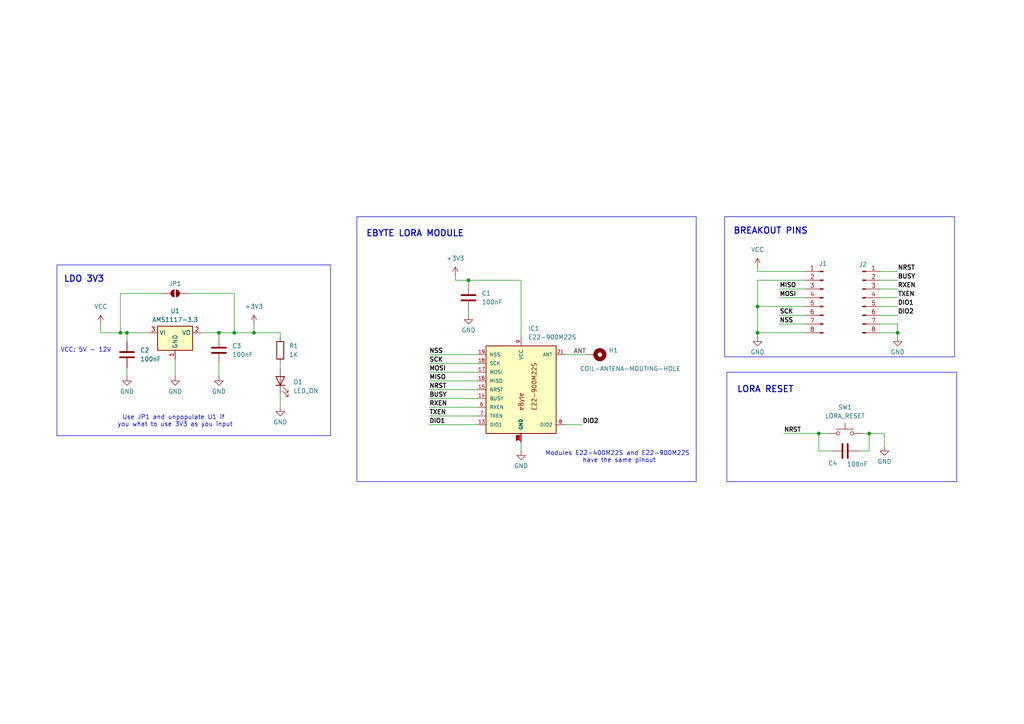
<source format=kicad_sch>
(kicad_sch (version 20231120) (generator "eeschema") (generator_version "8.0")
  (paper "A4")
  (title_block (title "eByte E22-400/900M22S Breakout Board") (date "2024-04-07") (rev "1.0") (company "Libertalia Engineering") (comment 1 "eByte Breakout Boards") (comment 2 "Under Development") (comment 3 "Gabriel Vega") (comment 4 "Gabriel Vega") (comment 5 "1/1"))
  (lib_symbols
    (symbol "Connector:Conn_01x08_Pin" (pin_names (offset 1.016) hide)
      (property "Reference" "J" (at 0 10.16 0))
      (property "Value" "Conn_01x08_Pin" (at 0 -12.7 0))
      (symbol "Conn_01x08_Pin_1_1"
        (polyline (pts (xy 1.27 -10.16) (xy 0.8636 -10.16)) (stroke (width 0.1524)))
        (polyline (pts (xy 1.27 -7.62) (xy 0.8636 -7.62)) (stroke (width 0.1524)))
        (polyline (pts (xy 1.27 -5.08) (xy 0.8636 -5.08)) (stroke (width 0.1524)))
        (polyline (pts (xy 1.27 -2.54) (xy 0.8636 -2.54)) (stroke (width 0.1524)))
        (polyline (pts (xy 1.27 0) (xy 0.8636 0)) (stroke (width 0.1524)))
        (polyline (pts (xy 1.27 2.54) (xy 0.8636 2.54)) (stroke (width 0.1524)))
        (polyline (pts (xy 1.27 5.08) (xy 0.8636 5.08)) (stroke (width 0.1524)))
        (polyline (pts (xy 1.27 7.62) (xy 0.8636 7.62)) (stroke (width 0.1524)))
        (rectangle (start 0.8636 -10.033) (end 0 -10.287) (stroke (width 0.1524)) (fill (type outline)))
        (rectangle (start 0.8636 -7.493) (end 0 -7.747) (stroke (width 0.1524)) (fill (type outline)))
        (rectangle (start 0.8636 -4.953) (end 0 -5.207) (stroke (width 0.1524)) (fill (type outline)))
        (rectangle (start 0.8636 -2.413) (end 0 -2.667) (stroke (width 0.1524)) (fill (type outline)))
        (rectangle (start 0.8636 0.127) (end 0 -0.127) (stroke (width 0.1524)) (fill (type outline)))
        (rectangle (start 0.8636 2.667) (end 0 2.413) (stroke (width 0.1524)) (fill (type outline)))
        (rectangle (start 0.8636 5.207) (end 0 4.953) (stroke (width 0.1524)) (fill (type outline)))
        (rectangle (start 0.8636 7.747) (end 0 7.493) (stroke (width 0.1524)) (fill (type outline)))
        (pin passive line (at 5.08 7.62 180) (length 3.81) (name "Pin_1") (number "1"))
        (pin passive line (at 5.08 5.08 180) (length 3.81) (name "Pin_2") (number "2"))
        (pin passive line (at 5.08 2.54 180) (length 3.81) (name "Pin_3") (number "3"))
        (pin passive line (at 5.08 0 180) (length 3.81) (name "Pin_4") (number "4"))
        (pin passive line (at 5.08 -2.54 180) (length 3.81) (name "Pin_5") (number "5"))
        (pin passive line (at 5.08 -5.08 180) (length 3.81) (name "Pin_6") (number "6"))
        (pin passive line (at 5.08 -7.62 180) (length 3.81) (name "Pin_7") (number "7"))
        (pin passive line (at 5.08 -10.16 180) (length 3.81) (name "Pin_8") (number "8"))
      )
    )
    (symbol "Device:C" (pin_numbers hide) (pin_names (offset 0.254))
      (property "Reference" "C" (at 0.635 2.54 0))
      (property "Value" "C" (at 0.635 -2.54 0))
      (symbol "C_0_1"
        (polyline (pts (xy -2.032 -0.762) (xy 2.032 -0.762)) (stroke (width 0.508)))
        (polyline (pts (xy -2.032 0.762) (xy 2.032 0.762)) (stroke (width 0.508)))
      )
      (symbol "C_1_1"
        (pin passive line (at 0 3.81 270) (length 2.794) (name "~") (number "1"))
        (pin passive line (at 0 -3.81 90) (length 2.794) (name "~") (number "2"))
      )
    )
    (symbol "Device:LED" (pin_numbers hide) (pin_names (offset 1.016) hide)
      (property "Reference" "D" (at 0 2.54 0))
      (property "Value" "LED" (at 0 -2.54 0))
      (symbol "LED_0_1"
        (polyline (pts (xy -1.27 -1.27) (xy -1.27 1.27)) (stroke (width 0.254)))
        (polyline (pts (xy -1.27 0) (xy 1.27 0)))
        (polyline (pts (xy 1.27 -1.27) (xy 1.27 1.27) (xy -1.27 0) (xy 1.27 -1.27)) (stroke (width 0.254)))
        (polyline (pts (xy -3.048 -0.762) (xy -4.572 -2.286) (xy -3.81 -2.286) (xy -4.572 -2.286) (xy -4.572 -1.524)))
        (polyline (pts (xy -1.778 -0.762) (xy -3.302 -2.286) (xy -2.54 -2.286) (xy -3.302 -2.286) (xy -3.302 -1.524)))
      )
      (symbol "LED_1_1"
        (pin passive line (at -3.81 0 0) (length 2.54) (name "K") (number "1"))
        (pin passive line (at 3.81 0 180) (length 2.54) (name "A") (number "2"))
      )
    )
    (symbol "Device:R" (pin_numbers hide) (pin_names (offset 0))
      (property "Reference" "R" (at 2.032 0 90))
      (property "Value" "R" (at 0 0 90))
      (symbol "R_0_1"
        (rectangle (start -1.016 -2.54) (end 1.016 2.54) (stroke (width 0.254)))
      )
      (symbol "R_1_1"
        (pin passive line (at 0 3.81 270) (length 1.27) (name "~") (number "1"))
        (pin passive line (at 0 -3.81 90) (length 1.27) (name "~") (number "2"))
      )
    )
    (symbol "E22-900M22S:E22-900M22S" (pin_names (offset 1.016))
      (property "Reference" "IC1" (at 2.0194 17.78 0))
      (property "Value" "E22-900M22S" (at 2.0194 15.24 0))
      (symbol "E22-900M22S_0_0"
        (rectangle (start -10.16 12.7) (end 10.16 -12.7) (stroke (width 0.254)) (fill (type background)))
        (text "E22-900M22S" (at 4.572 -6.096 900) (effects (font (size 1.27 1.27)) (justify left bottom)))
        (text "eByte" (at 0.762 -6.096 900) (effects (font (size 1.27 1.27)) (justify left bottom)))
        (pin power_in line (at 0 -15.24 90) (length 2.54) (name "GND") (number "1"))
        (pin power_in line (at 0 -15.24 90) (length 2.54) (name "GND") (number "10"))
        (pin power_in line (at 0 -15.24 90) (length 2.54) (name "GND") (number "11"))
        (pin power_in line (at 0 -15.24 90) (length 2.54) (name "GND") (number "12"))
        (pin bidirectional line (at -12.7 -10.16 0) (length 2.54) (name "DIO1") (number "13"))
        (pin bidirectional line (at -12.7 -2.54 0) (length 2.54) (name "BUSY") (number "14"))
        (pin bidirectional line (at -12.7 0 0) (length 2.54) (name "NRST") (number "15"))
        (pin bidirectional line (at -12.7 2.54 0) (length 2.54) (name "MISO") (number "16"))
        (pin bidirectional line (at -12.7 5.08 0) (length 2.54) (name "MOSI") (number "17"))
        (pin input line (at -12.7 7.62 0) (length 2.54) (name "SCK") (number "18"))
        (pin input line (at -12.7 10.16 0) (length 2.54) (name "NSS") (number "19"))
        (pin power_in line (at 0 -15.24 90) (length 2.54) (name "GND") (number "2"))
        (pin power_in line (at 0 -15.24 90) (length 2.54) (name "GND") (number "20"))
        (pin output line (at 12.7 10.16 180) (length 2.54) (name "ANT") (number "21"))
        (pin power_in line (at 0 -15.24 90) (length 2.54) (name "GND") (number "22"))
        (pin power_in line (at 0 -15.24 90) (length 2.54) (name "GND") (number "3"))
        (pin power_in line (at 0 -15.24 90) (length 2.54) (name "GND") (number "4"))
        (pin power_in line (at 0 -15.24 90) (length 2.54) (name "GND") (number "5"))
        (pin input line (at -12.7 -5.08 0) (length 2.54) (name "RXEN") (number "6"))
        (pin bidirectional line (at -12.7 -7.62 0) (length 2.54) (name "TXEN") (number "7"))
        (pin bidirectional line (at 12.7 -10.16 180) (length 2.54) (name "DIO2") (number "8"))
        (pin power_in line (at 0 15.24 270) (length 2.54) (name "VCC") (number "9"))
      )
    )
    (symbol "Jumper:SolderJumper_2_Open" (pin_numbers hide) (pin_names (offset 0) hide) (exclude_from_sim yes) (in_bom no)
      (property "Reference" "JP" (at 0 2.032 0))
      (property "Value" "SolderJumper_2_Open" (at 0 -2.54 0))
      (symbol "SolderJumper_2_Open_0_1"
        (arc (start -0.254 1.016) (mid -1.2656 0) (end -0.254 -1.016))
        (arc (start -0.254 1.016) (mid -1.2656 0) (end -0.254 -1.016) (fill (type outline)))
        (polyline (pts (xy -0.254 1.016) (xy -0.254 -1.016)))
        (polyline (pts (xy 0.254 1.016) (xy 0.254 -1.016)))
        (arc (start 0.254 -1.016) (mid 1.2656 0) (end 0.254 1.016))
        (arc (start 0.254 -1.016) (mid 1.2656 0) (end 0.254 1.016) (fill (type outline)))
      )
      (symbol "SolderJumper_2_Open_1_1"
        (pin passive line (at -3.81 0 0) (length 2.54) (name "A") (number "1"))
        (pin passive line (at 3.81 0 180) (length 2.54) (name "B") (number "2"))
      )
    )
    (symbol "Mechanical:MountingHole_Pad_MP" (pin_numbers hide) (pin_names (offset 1.016) hide) (exclude_from_sim yes) (in_bom no)
      (property "Reference" "H" (at 0 6.35 0))
      (property "Value" "MountingHole_Pad_MP" (at 0 4.445 0))
      (symbol "MountingHole_Pad_MP_0_1"
        (circle (center 0 1.27) (radius 1.27) (stroke (width 1.27)))
      )
      (symbol "MountingHole_Pad_MP_1_1"
        (pin input line (at 0 -2.54 90) (length 2.54) (name "MP") (number "MP"))
      )
    )
    (symbol "Regulator_Linear:AMS1117-3.3"
      (property "Reference" "U" (at -3.81 3.175 0))
      (property "Value" "AMS1117-3.3" (at 0 3.175 0))
      (symbol "AMS1117-3.3_0_1"
        (rectangle (start -5.08 -5.08) (end 5.08 1.905) (stroke (width 0.254)) (fill (type background)))
      )
      (symbol "AMS1117-3.3_1_1"
        (pin power_in line (at 0 -7.62 90) (length 2.54) (name "GND") (number "1"))
        (pin power_out line (at 7.62 0 180) (length 2.54) (name "VO") (number "2"))
        (pin power_in line (at -7.62 0 0) (length 2.54) (name "VI") (number "3"))
      )
    )
    (symbol "Switch:SW_Push" (pin_numbers hide) (pin_names (offset 1.016) hide)
      (property "Reference" "SW" (at 1.27 2.54 0))
      (property "Value" "SW_Push" (at 0 -1.524 0))
      (symbol "SW_Push_0_1"
        (circle (center -2.032 0) (radius 0.508))
        (polyline (pts (xy 0 1.27) (xy 0 3.048)))
        (polyline (pts (xy 2.54 1.27) (xy -2.54 1.27)))
        (circle (center 2.032 0) (radius 0.508))
        (pin passive line (at -5.08 0 0) (length 2.54) (name "1") (number "1"))
        (pin passive line (at 5.08 0 180) (length 2.54) (name "2") (number "2"))
      )
    )
    (symbol "power:+3V3" (power) (pin_numbers hide) (pin_names (offset 0) hide)
      (property "Value" "+3V3" (at 0 3.556 0))
      (symbol "+3V3_0_1"
        (polyline (pts (xy -0.762 1.27) (xy 0 2.54)))
        (polyline (pts (xy 0 0) (xy 0 2.54)))
        (polyline (pts (xy 0 2.54) (xy 0.762 1.27)))
      )
      (symbol "+3V3_1_1"
        (pin power_in line (at 0 0 90) (length 0) (name "~") (number "1"))
      )
    )
    (symbol "power:GND" (power) (pin_numbers hide) (pin_names (offset 0) hide)
      (property "Value" "GND" (at 0 -3.81 0))
      (symbol "GND_0_1"
        (polyline (pts (xy 0 0) (xy 0 -1.27) (xy 1.27 -1.27) (xy 0 -2.54) (xy -1.27 -1.27) (xy 0 -1.27)))
      )
      (symbol "GND_1_1"
        (pin power_in line (at 0 0 270) (length 0) (name "~") (number "1"))
      )
    )
    (symbol "power:VCC" (power) (pin_numbers hide) (pin_names (offset 0) hide)
      (property "Value" "VCC" (at 0 3.556 0))
      (symbol "VCC_0_1"
        (polyline (pts (xy -0.762 1.27) (xy 0 2.54)))
        (polyline (pts (xy 0 0) (xy 0 2.54)))
        (polyline (pts (xy 0 2.54) (xy 0.762 1.27)))
      )
      (symbol "VCC_1_1"
        (pin power_in line (at 0 0 90) (length 0) (name "~") (number "1"))
      )
    )
  )
  (junction (at 219.71 96.52))
  (junction (at 63.5 96.52))
  (junction (at 260.35 96.52))
  (junction (at 252.095 125.73))
  (junction (at 36.83 96.52))
  (junction (at 135.89 81.28))
  (junction (at 67.945 96.52))
  (junction (at 237.49 125.73))
  (junction (at 219.71 88.9))
  (junction (at 34.925 96.52))
  (junction (at 73.66 96.52))
  (wire (pts (xy 226.06 86.36) (xy 233.68 86.36)))
  (wire (pts (xy 73.66 93.98) (xy 73.66 96.52)))
  (wire (pts (xy 219.71 78.74) (xy 233.68 78.74)))
  (wire (pts (xy 29.21 96.52) (xy 34.925 96.52)))
  (wire (pts (xy 132.08 80.01) (xy 132.08 81.28)))
  (wire (pts (xy 124.46 113.03) (xy 138.43 113.03)))
  (wire (pts (xy 135.89 90.17) (xy 135.89 91.44)))
  (wire (pts (xy 237.49 125.73) (xy 240.03 125.73)))
  (wire (pts (xy 256.54 125.73) (xy 256.54 129.54)))
  (wire (pts (xy 255.27 96.52) (xy 260.35 96.52)))
  (wire (pts (xy 34.925 85.09) (xy 34.925 96.52)))
  (wire (pts (xy 124.46 118.11) (xy 138.43 118.11)))
  (wire (pts (xy 124.46 120.65) (xy 138.43 120.65)))
  (wire (pts (xy 34.925 96.52) (xy 36.83 96.52)))
  (wire (pts (xy 81.28 96.52) (xy 81.28 97.79)))
  (wire (pts (xy 67.945 96.52) (xy 63.5 96.52)))
  (wire (pts (xy 255.27 83.82) (xy 260.35 83.82)))
  (wire (pts (xy 219.71 81.28) (xy 233.68 81.28)))
  (wire (pts (xy 255.27 91.44) (xy 260.35 91.44)))
  (wire (pts (xy 50.8 104.14) (xy 50.8 109.22)))
  (wire (pts (xy 124.46 110.49) (xy 138.43 110.49)))
  (wire (pts (xy 255.27 93.98) (xy 260.35 93.98)))
  (wire (pts (xy 255.27 86.36) (xy 260.35 86.36)))
  (wire (pts (xy 226.06 93.98) (xy 233.68 93.98)))
  (wire (pts (xy 252.095 130.81) (xy 252.095 125.73)))
  (wire (pts (xy 63.5 97.79) (xy 63.5 96.52)))
  (wire (pts (xy 248.92 130.81) (xy 252.095 130.81)))
  (wire (pts (xy 219.71 88.9) (xy 233.68 88.9)))
  (wire (pts (xy 73.66 96.52) (xy 81.28 96.52)))
  (wire (pts (xy 36.83 106.68) (xy 36.83 109.22)))
  (wire (pts (xy 132.08 81.28) (xy 135.89 81.28)))
  (wire (pts (xy 227.33 125.73) (xy 237.49 125.73)))
  (wire (pts (xy 124.46 123.19) (xy 138.43 123.19)))
  (wire (pts (xy 163.83 102.87) (xy 170.18 102.87)))
  (wire (pts (xy 237.49 130.81) (xy 237.49 125.73)))
  (wire (pts (xy 219.71 77.47) (xy 219.71 78.74)))
  (wire (pts (xy 124.46 105.41) (xy 138.43 105.41)))
  (wire (pts (xy 67.945 85.09) (xy 67.945 96.52)))
  (wire (pts (xy 29.21 93.98) (xy 29.21 96.52)))
  (wire (pts (xy 81.28 105.41) (xy 81.28 106.68)))
  (wire (pts (xy 219.71 88.9) (xy 219.71 96.52)))
  (wire (pts (xy 255.27 78.74) (xy 260.35 78.74)))
  (wire (pts (xy 241.3 130.81) (xy 237.49 130.81)))
  (wire (pts (xy 252.095 125.73) (xy 256.54 125.73)))
  (wire (pts (xy 58.42 96.52) (xy 63.5 96.52)))
  (wire (pts (xy 226.06 83.82) (xy 233.68 83.82)))
  (wire (pts (xy 73.66 96.52) (xy 67.945 96.52)))
  (wire (pts (xy 135.89 81.28) (xy 135.89 82.55)))
  (wire (pts (xy 151.13 128.27) (xy 151.13 130.81)))
  (wire (pts (xy 124.46 102.87) (xy 138.43 102.87)))
  (wire (pts (xy 151.13 81.28) (xy 151.13 97.79)))
  (wire (pts (xy 151.13 81.28) (xy 135.89 81.28)))
  (wire (pts (xy 163.83 123.19) (xy 168.91 123.19)))
  (wire (pts (xy 219.71 81.28) (xy 219.71 88.9)))
  (wire (pts (xy 255.27 88.9) (xy 260.35 88.9)))
  (wire (pts (xy 63.5 105.41) (xy 63.5 109.22)))
  (wire (pts (xy 255.27 81.28) (xy 260.35 81.28)))
  (wire (pts (xy 124.46 107.95) (xy 138.43 107.95)))
  (wire (pts (xy 260.35 96.52) (xy 260.35 97.79)))
  (wire (pts (xy 260.35 93.98) (xy 260.35 96.52)))
  (wire (pts (xy 219.71 96.52) (xy 219.71 97.79)))
  (wire (pts (xy 124.46 115.57) (xy 138.43 115.57)))
  (wire (pts (xy 226.06 91.44) (xy 233.68 91.44)))
  (wire (pts (xy 233.68 96.52) (xy 219.71 96.52)))
  (wire (pts (xy 250.19 125.73) (xy 252.095 125.73)))
  (wire (pts (xy 34.925 85.09) (xy 46.99 85.09)))
  (wire (pts (xy 54.61 85.09) (xy 67.945 85.09)))
  (wire (pts (xy 81.28 114.3) (xy 81.28 118.11)))
  (wire (pts (xy 43.18 96.52) (xy 36.83 96.52)))
  (wire (pts (xy 36.83 96.52) (xy 36.83 99.06)))
  (rectangle (start 103.505 62.865) (end 201.93 139.7))
  (rectangle (start 16.51 76.835) (end 95.885 126.365))
  (rectangle (start 210.185 62.865) (end 276.86 103.505))
  (rectangle (start 210.82 107.95) (end 277.495 139.7))
  (text "BREAKOUT PINS" (at 223.52 67.056 0) (effects (font (size 1.8 1.8) (thickness 0.3) (bold yes))))
  (text "Modules E22-400M22S and E22-900M22S \nhave the same pinout" (at 179.578 132.588 0) (effects (font (size 1.27 1.27))))
  (text "LORA RESET" (at 221.996 113.03 0) (effects (font (size 1.8 1.8) (thickness 0.3) (bold yes))))
  (text "EBYTE LORA MODULE" (at 120.396 67.818 0) (effects (font (size 1.8 1.8) (thickness 0.3) (bold yes))))
  (text "LDO 3V3" (at 24.384 81.026 0) (effects (font (size 1.8 1.8) (thickness 0.3) (bold yes))))
  (text "VCC: 5V - 12V" (at 24.892 101.6 0) (effects (font (size 1.27 1.27))))
  (text "Use JP1 and unpopulate U1 if \nyou what to use 3V3 as you input" (at 50.8 122.174 0) (effects (font (size 1.27 1.27))))
  (label "DIO2" (at 168.91 123.19 0) (effects (font (bold yes))))
  (label "NRST" (at 260.35 78.74 0) (effects (font (bold yes))))
  (label "MISO" (at 226.06 83.82 0) (effects (font (bold yes))))
  (label "NSS" (at 226.06 93.98 0) (effects (font (bold yes))))
  (label "BUSY" (at 124.46 115.57 0) (effects (font (bold yes))))
  (label "MOSI" (at 226.06 86.36 0) (effects (font (bold yes))))
  (label "SCK" (at 124.46 105.41 0) (effects (font (bold yes))))
  (label "NSS" (at 124.46 102.87 0) (effects (font (bold yes))))
  (label "NRST" (at 124.46 113.03 0) (effects (font (bold yes))))
  (label "NRST" (at 227.33 125.73 0) (effects (font (bold yes))))
  (label "RXEN" (at 124.46 118.11 0) (effects (font (bold yes))))
  (label "MISO" (at 124.46 110.49 0) (effects (font (bold yes))))
  (label "TXEN" (at 124.46 120.65 0) (effects (font (bold yes))))
  (label "ANT" (at 166.37 102.87 0))
  (label "BUSY" (at 260.35 81.28 0) (effects (font (bold yes))))
  (label "MOSI" (at 124.46 107.95 0) (effects (font (bold yes))))
  (label "RXEN" (at 260.35 83.82 0) (effects (font (bold yes))))
  (label "DIO1" (at 260.35 88.9 0) (effects (font (bold yes))))
  (label "SCK" (at 226.06 91.44 0) (effects (font (bold yes))))
  (label "TXEN" (at 260.35 86.36 0) (effects (font (bold yes))))
  (label "DIO1" (at 124.46 123.19 0) (effects (font (bold yes))))
  (label "DIO2" (at 260.35 91.44 0) (effects (font (bold yes))))
  (symbol (lib_id "Device:R") (at 81.28 101.6 0) (unit 1)
    (property "Reference" "R1" (at 83.82 100.3299 0) (effects (justify left)))
    (property "Value" "1K" (at 83.82 102.8699 0) (effects (justify left)))
    (property "Footprint" "Resistor_SMD:R_0603_1608Metric_Pad0.98x0.95mm_HandSolder" (effects (hide yes)))
    (property "Description" "Resistor" (effects (hide yes)))
  )
  (symbol (lib_id "power:GND") (at 63.5 109.22 0) (unit 1)
    (property "Reference" "#PWR06" (effects (hide yes)))
    (property "Value" "GND" (at 63.5 113.538 0))
    (property "Description" "Power symbol creates a global label with name \"GND\" , ground" (effects (hide yes)))
  )
  (symbol (lib_id "power:VCC") (at 219.71 77.47 0) (unit 1)
    (property "Reference" "#PWR09" (effects (hide yes)))
    (property "Value" "VCC" (at 219.71 72.39 0))
    (property "Description" "Power symbol creates a global label with name \"VCC\"" (effects (hide yes)))
  )
  (symbol (lib_id "power:VCC") (at 29.21 93.98 0) (unit 1)
    (property "Reference" "#PWR08" (effects (hide yes)))
    (property "Value" "VCC" (at 29.21 88.9 0))
    (property "Description" "Power symbol creates a global label with name \"VCC\"" (effects (hide yes)))
  )
  (symbol (lib_id "power:GND") (at 36.83 109.22 0) (unit 1)
    (property "Reference" "#PWR04" (effects (hide yes)))
    (property "Value" "GND" (at 36.83 113.538 0))
    (property "Description" "Power symbol creates a global label with name \"GND\" , ground" (effects (hide yes)))
  )
  (symbol (lib_id "power:GND") (at 151.13 130.81 0) (unit 1)
    (property "Reference" "#PWR03" (effects (hide yes)))
    (property "Value" "GND" (at 151.13 135.128 0))
    (property "Description" "Power symbol creates a global label with name \"GND\" , ground" (effects (hide yes)))
  )
  (symbol (lib_id "Device:LED") (at 81.28 110.49 90) (unit 1)
    (property "Reference" "D1" (at 85.09 110.8074 90) (effects (justify right)))
    (property "Value" "LED_ON" (at 85.09 113.3474 90) (effects (justify right)))
    (property "Footprint" "LED_SMD:LED_0603_1608Metric_Pad1.05x0.95mm_HandSolder" (effects (hide yes)))
    (property "Description" "Light emitting diode" (effects (hide yes)))
  )
  (symbol (lib_id "power:GND") (at 219.71 97.79 0) (unit 1)
    (property "Reference" "#PWR013" (effects (hide yes)))
    (property "Value" "GND" (at 219.71 102.108 0))
    (property "Description" "Power symbol creates a global label with name \"GND\" , ground" (effects (hide yes)))
  )
  (symbol (lib_id "power:GND") (at 135.89 91.44 0) (unit 1)
    (property "Reference" "#PWR02" (effects (hide yes)))
    (property "Value" "GND" (at 135.89 95.758 0))
    (property "Description" "Power symbol creates a global label with name \"GND\" , ground" (effects (hide yes)))
  )
  (symbol (lib_id "power:+3V3") (at 132.08 80.01 0) (unit 1)
    (property "Reference" "#PWR01" (effects (hide yes)))
    (property "Value" "+3V3" (at 132.08 74.93 0))
    (property "Description" "Power symbol creates a global label with name \"+3V3\"" (effects (hide yes)))
  )
  (symbol (lib_id "power:GND") (at 260.35 97.79 0) (unit 1)
    (property "Reference" "#PWR014" (effects (hide yes)))
    (property "Value" "GND" (at 260.35 102.108 0))
    (property "Description" "Power symbol creates a global label with name \"GND\" , ground" (effects (hide yes)))
  )
  (symbol (lib_id "Device:C") (at 63.5 101.6 0) (unit 1)
    (property "Reference" "C3" (at 67.31 100.3299 0) (effects (justify left)))
    (property "Value" "100nF" (at 67.31 102.8699 0) (effects (justify left)))
    (property "Footprint" "Capacitor_SMD:C_0603_1608Metric_Pad1.08x0.95mm_HandSolder" (effects (hide yes)))
    (property "Description" "Unpolarized capacitor" (effects (hide yes)))
  )
  (symbol (lib_id "Device:C") (at 245.11 130.81 270) (unit 1)
    (property "Reference" "C4" (at 241.554 134.366 90))
    (property "Value" "100nF" (at 248.666 134.62 90))
    (property "Footprint" "Capacitor_SMD:C_0603_1608Metric_Pad1.08x0.95mm_HandSolder" (effects (hide yes)))
    (property "Description" "Unpolarized capacitor" (effects (hide yes)))
  )
  (symbol (lib_id "power:GND") (at 50.8 109.22 0) (unit 1)
    (property "Reference" "#PWR05" (effects (hide yes)))
    (property "Value" "GND" (at 50.8 113.538 0))
    (property "Description" "Power symbol creates a global label with name \"GND\" , ground" (effects (hide yes)))
  )
  (symbol (lib_id "Regulator_Linear:AMS1117-3.3") (at 50.8 96.52 0) (unit 1)
    (property "Reference" "U1" (at 50.8 90.17 0))
    (property "Value" "AMS1117-3.3" (at 50.8 92.71 0))
    (property "Footprint" "Package_TO_SOT_SMD:SOT-223-3_TabPin2" (effects (hide yes)))
    (property "Datasheet" "http://www.advanced-monolithic.com/pdf/ds1117.pdf" (effects (hide yes)))
    (property "Description" "1A Low Dropout regulator, positive, 3.3V fixed output, SOT-223" (effects (hide yes)))
  )
  (symbol (lib_id "Device:C") (at 135.89 86.36 0) (unit 1)
    (property "Reference" "C1" (at 139.7 85.0899 0) (effects (justify left)))
    (property "Value" "100nF" (at 139.7 87.6299 0) (effects (justify left)))
    (property "Footprint" "Capacitor_SMD:C_0603_1608Metric_Pad1.08x0.95mm_HandSolder" (effects (hide yes)))
    (property "Description" "Unpolarized capacitor" (effects (hide yes)))
  )
  (symbol (lib_id "Switch:SW_Push") (at 245.11 125.73 0) (unit 1)
    (property "Reference" "SW1" (at 245.11 118.11 0))
    (property "Value" "LORA_RESET" (at 245.11 120.65 0))
    (property "Footprint" "Button_Switch_SMD:SW_SPST_CK_RS282G05A3" (effects (hide yes)))
    (property "Description" "Push button switch, generic, two pins" (effects (hide yes)))
  )
  (symbol (lib_id "power:+3V3") (at 73.66 93.98 0) (unit 1)
    (property "Reference" "#PWR07" (effects (hide yes)))
    (property "Value" "+3V3" (at 73.66 88.9 0))
    (property "Description" "Power symbol creates a global label with name \"+3V3\"" (effects (hide yes)))
  )
  (symbol (lib_id "power:GND") (at 256.54 129.54 0) (unit 1)
    (property "Reference" "#PWR011" (effects (hide yes)))
    (property "Value" "GND" (at 256.54 133.858 0))
    (property "Description" "Power symbol creates a global label with name \"GND\" , ground" (effects (hide yes)))
  )
  (symbol (lib_id "E22-900M22S:E22-900M22S") (at 151.13 113.03 0) (unit 1)
    (property "Reference" "IC1" (at 153.1494 95.25 0) (effects (justify left)))
    (property "Value" "E22-900M22S" (at 153.1494 97.79 0) (effects (justify left)))
    (property "Footprint" "E22-900M22S:E22-900M22S" (effects (hide yes)))
    (property "Datasheet" "https://www.cdebyte.com/products/E22-900M22S" (effects (hide yes)))
    (property "Description" "Ebyte TCXO 22dBm 6500m SX1262 900Mhz New LoRa Module SMD Wireless Transceiver Module" (effects (hide yes)))
    (property "MF" "EBYTE" (effects (hide yes)))
    (property "Description_1" "\nSX1262 868/915MHz SPI SMD LoRa Module\n" (effects (hide yes)))
    (property "Package" "Package" (effects (hide yes)))
    (property "Price" "None" (effects (hide yes)))
    (property "SnapEDA_Link" "https://www.snapeda.com/parts/E22-900M22S/EBYTE/view-part/?ref=snap" (effects (hide yes)))
    (property "MP" "E22-900M22S" (effects (hide yes)))
    (property "Availability" "Not in stock" (effects (hide yes)))
    (property "Check_prices" "https://www.snapeda.com/parts/E22-900M22S/EBYTE/view-part/?ref=eda" (effects (hide yes)))
  )
  (symbol (lib_id "power:GND") (at 81.28 118.11 0) (unit 1)
    (property "Reference" "#PWR012" (effects (hide yes)))
    (property "Value" "GND" (at 81.28 122.428 0))
    (property "Description" "Power symbol creates a global label with name \"GND\" , ground" (effects (hide yes)))
  )
  (symbol (lib_id "Connector:Conn_01x08_Pin") (at 250.19 86.36 0) (unit 1)
    (property "Reference" "J2" (at 251.46 76.708 0) (effects (justify right)))
    (property "Value" "Conn_01x08_Pin" (effects (hide yes)))
    (property "Footprint" "Connector_PinHeader_2.54mm:PinHeader_1x08_P2.54mm_Vertical" (effects (hide yes)))
    (property "Description" "Generic connector, single row, 01x08, script generated" (effects (hide yes)))
  )
  (symbol (lib_id "Device:C") (at 36.83 102.87 0) (unit 1)
    (property "Reference" "C2" (at 40.64 101.5999 0) (effects (justify left)))
    (property "Value" "100nF" (at 40.64 104.1399 0) (effects (justify left)))
    (property "Footprint" "Capacitor_SMD:C_0603_1608Metric_Pad1.08x0.95mm_HandSolder" (effects (hide yes)))
    (property "Description" "Unpolarized capacitor" (effects (hide yes)))
  )
  (symbol (lib_id "Jumper:SolderJumper_2_Open") (at 50.8 85.09 0) (unit 1) (exclude_from_sim yes) (in_bom no)
    (property "Reference" "JP1" (at 50.8 82.296 0))
    (property "Value" "SolderJumper_2_Open" (effects (hide yes)))
    (property "Footprint" "Jumper:SolderJumper-2_P1.3mm_Open_TrianglePad1.0x1.5mm" (effects (hide yes)))
    (property "Description" "Solder Jumper, 2-pole, open" (effects (hide yes)))
  )
  (symbol (lib_id "Connector:Conn_01x08_Pin") (at 238.76 86.36 0) (mirror y) (unit 1)
    (property "Reference" "J1" (at 237.49 76.454 0) (effects (justify right)))
    (property "Value" "Conn_01x08_Pin" (effects (hide yes)))
    (property "Footprint" "Connector_PinHeader_2.54mm:PinHeader_1x08_P2.54mm_Vertical" (effects (hide yes)))
    (property "Description" "Generic connector, single row, 01x08, script generated" (effects (hide yes)))
  )
  (symbol (lib_id "Mechanical:MountingHole_Pad_MP") (at 172.72 102.87 270) (unit 1) (exclude_from_sim yes) (in_bom no)
    (property "Reference" "H1" (at 176.53 101.5999 90) (effects (justify left)))
    (property "Value" "COIL-ANTENA-MOUTING-HOLE" (at 168.148 106.934 90) (effects (justify left)))
    (property "Footprint" "MountingHole:MountingHole_2.2mm_M2_DIN965_Pad" (effects (hide yes)))
    (property "Description" "Mounting Hole with connection as pad named MP" (effects (hide yes)))
  )
)
</source>
